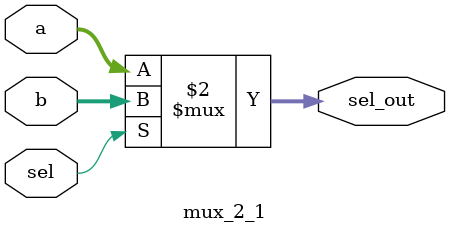
<source format=v>
module mux_2_1(
    input [31:0] a,b,
    input sel,
    output reg [31:0] sel_out
    
    );
    always @(*) begin
        sel_out=sel? b:a;
    end
endmodule
</source>
